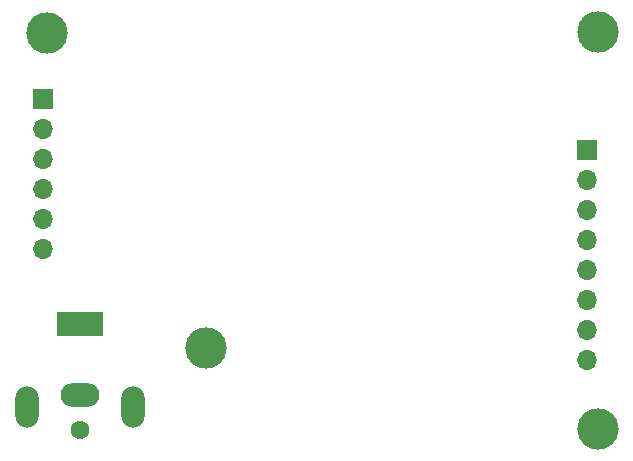
<source format=gbr>
%TF.GenerationSoftware,KiCad,Pcbnew,7.0.11-7.0.11~ubuntu22.04.1*%
%TF.CreationDate,2025-04-19T23:19:54+01:00*%
%TF.ProjectId,Mixed_Signal_Design,4d697865-645f-4536-9967-6e616c5f4465,rev?*%
%TF.SameCoordinates,Original*%
%TF.FileFunction,Soldermask,Bot*%
%TF.FilePolarity,Negative*%
%FSLAX46Y46*%
G04 Gerber Fmt 4.6, Leading zero omitted, Abs format (unit mm)*
G04 Created by KiCad (PCBNEW 7.0.11-7.0.11~ubuntu22.04.1) date 2025-04-19 23:19:54*
%MOMM*%
%LPD*%
G01*
G04 APERTURE LIST*
%ADD10R,1.700000X1.700000*%
%ADD11O,1.700000X1.700000*%
%ADD12C,3.500000*%
%ADD13C,1.600000*%
%ADD14R,4.000000X2.000000*%
%ADD15O,3.300000X2.000000*%
%ADD16O,2.000000X3.500000*%
G04 APERTURE END LIST*
D10*
%TO.C,J4*%
X164846000Y-99695000D03*
D11*
X164846000Y-102235000D03*
X164846000Y-104775000D03*
X164846000Y-107315000D03*
X164846000Y-109855000D03*
X164846000Y-112395000D03*
X164846000Y-114935000D03*
X164846000Y-117475000D03*
%TD*%
D12*
%TO.C,H1*%
X165735000Y-123317000D03*
%TD*%
D10*
%TO.C,J2*%
X118745000Y-95377000D03*
D11*
X118745000Y-97917000D03*
X118745000Y-100457000D03*
X118745000Y-102997000D03*
X118745000Y-105537000D03*
X118745000Y-108077000D03*
%TD*%
D12*
%TO.C,H3*%
X119126000Y-89789000D03*
%TD*%
D13*
%TO.C,J1*%
X121920000Y-123412000D03*
D14*
X121920000Y-114412000D03*
D15*
X121920000Y-120412000D03*
D16*
X117420000Y-121412000D03*
X126420000Y-121412000D03*
%TD*%
D12*
%TO.C,H4*%
X132588000Y-116459000D03*
%TD*%
%TO.C,H2*%
X165735000Y-89662000D03*
%TD*%
M02*

</source>
